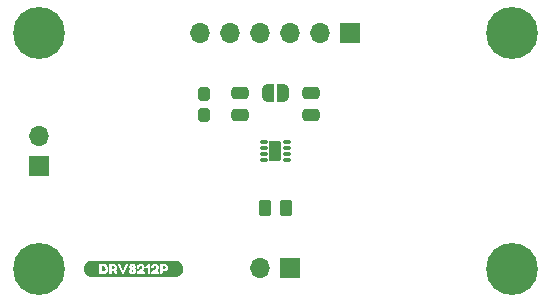
<source format=gts>
%TF.GenerationSoftware,KiCad,Pcbnew,(6.0.0)*%
%TF.CreationDate,2023-02-05T21:46:31-06:00*%
%TF.ProjectId,drv8212p_eval,64727638-3231-4327-905f-6576616c2e6b,rev?*%
%TF.SameCoordinates,Original*%
%TF.FileFunction,Soldermask,Top*%
%TF.FilePolarity,Negative*%
%FSLAX46Y46*%
G04 Gerber Fmt 4.6, Leading zero omitted, Abs format (unit mm)*
G04 Created by KiCad (PCBNEW (6.0.0)) date 2023-02-05 21:46:31*
%MOMM*%
%LPD*%
G01*
G04 APERTURE LIST*
G04 Aperture macros list*
%AMRoundRect*
0 Rectangle with rounded corners*
0 $1 Rounding radius*
0 $2 $3 $4 $5 $6 $7 $8 $9 X,Y pos of 4 corners*
0 Add a 4 corners polygon primitive as box body*
4,1,4,$2,$3,$4,$5,$6,$7,$8,$9,$2,$3,0*
0 Add four circle primitives for the rounded corners*
1,1,$1+$1,$2,$3*
1,1,$1+$1,$4,$5*
1,1,$1+$1,$6,$7*
1,1,$1+$1,$8,$9*
0 Add four rect primitives between the rounded corners*
20,1,$1+$1,$2,$3,$4,$5,0*
20,1,$1+$1,$4,$5,$6,$7,0*
20,1,$1+$1,$6,$7,$8,$9,0*
20,1,$1+$1,$8,$9,$2,$3,0*%
%AMFreePoly0*
4,1,22,0.500000,-0.750000,0.000000,-0.750000,0.000000,-0.745033,-0.079941,-0.743568,-0.215256,-0.701293,-0.333266,-0.622738,-0.424486,-0.514219,-0.481581,-0.384460,-0.499164,-0.250000,-0.500000,-0.250000,-0.500000,0.250000,-0.499164,0.250000,-0.499963,0.256109,-0.478152,0.396186,-0.417904,0.524511,-0.324060,0.630769,-0.204165,0.706417,-0.067858,0.745374,0.000000,0.744959,0.000000,0.750000,
0.500000,0.750000,0.500000,-0.750000,0.500000,-0.750000,$1*%
%AMFreePoly1*
4,1,20,0.000000,0.744959,0.073905,0.744508,0.209726,0.703889,0.328688,0.626782,0.421226,0.519385,0.479903,0.390333,0.500000,0.250000,0.500000,-0.250000,0.499851,-0.262216,0.476331,-0.402017,0.414519,-0.529596,0.319384,-0.634700,0.198574,-0.708877,0.061801,-0.746166,0.000000,-0.745033,0.000000,-0.750000,-0.500000,-0.750000,-0.500000,0.750000,0.000000,0.750000,0.000000,0.744959,
0.000000,0.744959,$1*%
G04 Aperture macros list end*
%ADD10RoundRect,0.250000X-0.275000X0.312500X-0.275000X-0.312500X0.275000X-0.312500X0.275000X0.312500X0*%
%ADD11O,1.700000X1.700000*%
%ADD12R,1.700000X1.700000*%
%ADD13FreePoly0,180.000000*%
%ADD14FreePoly1,180.000000*%
%ADD15C,4.400000*%
%ADD16RoundRect,0.250000X-0.475000X0.250000X-0.475000X-0.250000X0.475000X-0.250000X0.475000X0.250000X0*%
%ADD17RoundRect,0.120000X-0.400000X-0.750000X0.400000X-0.750000X0.400000X0.750000X-0.400000X0.750000X0*%
%ADD18RoundRect,0.120000X-0.200000X-0.075000X0.200000X-0.075000X0.200000X0.075000X-0.200000X0.075000X0*%
%ADD19RoundRect,0.250000X-0.262500X-0.450000X0.262500X-0.450000X0.262500X0.450000X-0.262500X0.450000X0*%
G04 APERTURE END LIST*
G36*
X117967853Y-89769614D02*
G01*
X117988094Y-89814263D01*
X117968448Y-89859506D01*
X117910108Y-89880938D01*
X117850577Y-89859506D01*
X117829741Y-89813667D01*
X117848791Y-89769019D01*
X117907727Y-89748778D01*
X117967853Y-89769614D01*
G37*
G36*
X120668191Y-89801761D02*
G01*
X120702719Y-89880938D01*
X120668191Y-89959519D01*
X120597944Y-89985713D01*
X120447925Y-89985713D01*
X120447925Y-89774972D01*
X120596753Y-89774972D01*
X120668191Y-89801761D01*
G37*
G36*
X117987498Y-90101203D02*
G01*
X118014287Y-90162520D01*
X117988094Y-90223838D01*
X117909512Y-90252413D01*
X117829741Y-90223838D01*
X117802356Y-90161925D01*
X117829741Y-90100608D01*
X117908917Y-90072628D01*
X117987498Y-90101203D01*
G37*
G36*
X116358128Y-89801761D02*
G01*
X116392656Y-89880938D01*
X116358128Y-89959519D01*
X116289072Y-89985713D01*
X116136672Y-89985713D01*
X116136672Y-89774972D01*
X116286691Y-89774972D01*
X116358128Y-89801761D01*
G37*
G36*
X114432523Y-90698296D02*
G01*
X114364409Y-90688193D01*
X114297613Y-90671461D01*
X114232779Y-90648263D01*
X114170532Y-90618822D01*
X114111469Y-90583421D01*
X114056161Y-90542402D01*
X114005140Y-90496159D01*
X113958897Y-90445138D01*
X113917877Y-90389830D01*
X113882477Y-90330767D01*
X113882021Y-90329803D01*
X115087731Y-90329803D01*
X115102019Y-90406003D01*
X115133570Y-90428327D01*
X115192506Y-90435769D01*
X115410391Y-90435769D01*
X115498088Y-90427658D01*
X115579013Y-90403324D01*
X115653166Y-90362769D01*
X115692289Y-90329803D01*
X115925931Y-90329803D01*
X115933075Y-90391716D01*
X115964627Y-90424755D01*
X116030706Y-90435769D01*
X116092023Y-90427732D01*
X116123575Y-90403622D01*
X116134886Y-90372070D01*
X116136672Y-90330994D01*
X116136672Y-90196453D01*
X116286691Y-90196453D01*
X116323600Y-90194072D01*
X116369902Y-90303742D01*
X116400858Y-90375576D01*
X116416469Y-90409575D01*
X116438495Y-90432792D01*
X116476595Y-90444103D01*
X116537912Y-90427434D01*
X116593277Y-90392906D01*
X116611731Y-90351234D01*
X116593872Y-90289322D01*
X116560534Y-90213519D01*
X116533547Y-90151209D01*
X116512909Y-90102394D01*
X116562519Y-90039158D01*
X116592284Y-89965340D01*
X116602206Y-89880938D01*
X116594467Y-89807119D01*
X116571250Y-89740444D01*
X116536127Y-89683889D01*
X116505766Y-89653528D01*
X116647450Y-89653528D01*
X116665309Y-89710678D01*
X116993922Y-90377428D01*
X117033808Y-90419695D01*
X117090362Y-90435769D01*
X117102269Y-90435769D01*
X117157633Y-90419695D01*
X117197519Y-90377428D01*
X117306078Y-90157163D01*
X117591616Y-90157163D01*
X117602397Y-90240903D01*
X117634743Y-90312738D01*
X117688652Y-90372666D01*
X117756186Y-90417645D01*
X117829410Y-90444632D01*
X117908322Y-90453628D01*
X117987234Y-90444566D01*
X118060457Y-90417380D01*
X118127992Y-90372070D01*
X118163754Y-90332184D01*
X118284559Y-90332184D01*
X118315516Y-90407194D01*
X118389334Y-90439341D01*
X118854869Y-90439341D01*
X118928687Y-90425053D01*
X118954286Y-90394097D01*
X118962025Y-90333970D01*
X118954881Y-90273248D01*
X118926902Y-90238720D01*
X118857250Y-90227409D01*
X118639366Y-90227409D01*
X118639366Y-90221456D01*
X118669131Y-90209550D01*
X118742950Y-90169366D01*
X118826294Y-90103584D01*
X118864989Y-90060722D01*
X118897731Y-90005953D01*
X118920055Y-89943445D01*
X118927497Y-89877366D01*
X118923310Y-89842838D01*
X118997744Y-89842838D01*
X119035248Y-89916656D01*
X119107281Y-89958328D01*
X119190625Y-89921419D01*
X119206103Y-89907131D01*
X119206103Y-90332184D01*
X119207889Y-90375642D01*
X119219200Y-90408384D01*
X119251049Y-90431602D01*
X119310878Y-90439341D01*
X119372195Y-90431304D01*
X119403747Y-90407194D01*
X119415058Y-90375642D01*
X119416844Y-90334566D01*
X119416844Y-90332184D01*
X119494234Y-90332184D01*
X119525191Y-90407194D01*
X119599009Y-90439341D01*
X120064544Y-90439341D01*
X120138362Y-90425053D01*
X120163961Y-90394097D01*
X120171700Y-90333970D01*
X120171210Y-90329803D01*
X120237184Y-90329803D01*
X120244328Y-90391716D01*
X120275880Y-90424755D01*
X120341959Y-90435769D01*
X120403277Y-90427732D01*
X120434828Y-90403622D01*
X120446139Y-90372070D01*
X120447925Y-90330994D01*
X120447925Y-90196453D01*
X120596753Y-90196453D01*
X120666603Y-90187986D01*
X120734866Y-90162586D01*
X120801541Y-90120253D01*
X120845891Y-90076944D01*
X120881312Y-90020836D01*
X120904530Y-89954607D01*
X120912269Y-89880938D01*
X120904530Y-89807119D01*
X120881312Y-89740444D01*
X120845891Y-89683889D01*
X120801541Y-89640431D01*
X120734998Y-89598098D01*
X120667132Y-89572698D01*
X120597944Y-89564231D01*
X120343150Y-89564231D01*
X120281833Y-89572268D01*
X120250281Y-89596378D01*
X120238970Y-89627930D01*
X120237184Y-89669006D01*
X120237184Y-90329803D01*
X120171210Y-90329803D01*
X120164556Y-90273248D01*
X120136577Y-90238720D01*
X120066925Y-90227409D01*
X119849041Y-90227409D01*
X119849041Y-90221456D01*
X119878806Y-90209550D01*
X119952625Y-90169366D01*
X120035969Y-90103584D01*
X120074664Y-90060722D01*
X120107406Y-90005953D01*
X120129730Y-89943445D01*
X120137172Y-89877366D01*
X120127250Y-89795543D01*
X120097484Y-89719939D01*
X120047875Y-89650552D01*
X119982324Y-89595320D01*
X119904735Y-89562181D01*
X119815108Y-89551134D01*
X119725546Y-89562048D01*
X119648156Y-89594791D01*
X119582936Y-89649361D01*
X119533657Y-89717690D01*
X119504090Y-89791707D01*
X119494234Y-89871413D01*
X119500187Y-89932134D01*
X119532632Y-89966067D01*
X119599009Y-89977378D01*
X119659731Y-89970234D01*
X119691878Y-89948803D01*
X119703189Y-89919038D01*
X119704975Y-89879747D01*
X119704975Y-89872603D01*
X119709737Y-89845219D01*
X119741289Y-89789855D01*
X119807369Y-89761875D01*
X119866900Y-89772591D01*
X119898452Y-89795808D01*
X119916906Y-89827955D01*
X119925241Y-89858316D01*
X119914079Y-89910405D01*
X119880592Y-89959519D01*
X119831330Y-90004614D01*
X119772841Y-90044648D01*
X119709737Y-90082451D01*
X119646634Y-90120848D01*
X119588145Y-90163413D01*
X119538883Y-90213717D01*
X119505396Y-90270421D01*
X119494234Y-90332184D01*
X119416844Y-90332184D01*
X119416844Y-89671388D01*
X119410891Y-89608284D01*
X119394222Y-89582686D01*
X119363266Y-89568994D01*
X119306711Y-89563041D01*
X119239441Y-89593997D01*
X119235869Y-89596378D01*
X119040606Y-89772591D01*
X118997744Y-89842838D01*
X118923310Y-89842838D01*
X118917575Y-89795543D01*
X118887809Y-89719939D01*
X118838200Y-89650552D01*
X118772649Y-89595320D01*
X118695060Y-89562181D01*
X118605433Y-89551134D01*
X118515871Y-89562048D01*
X118438481Y-89594791D01*
X118373261Y-89649361D01*
X118323982Y-89717690D01*
X118294415Y-89791707D01*
X118284559Y-89871413D01*
X118290512Y-89932134D01*
X118322957Y-89966067D01*
X118389334Y-89977378D01*
X118450056Y-89970234D01*
X118482203Y-89948803D01*
X118493514Y-89919038D01*
X118495300Y-89879747D01*
X118495300Y-89872603D01*
X118500062Y-89845219D01*
X118531614Y-89789855D01*
X118597694Y-89761875D01*
X118657225Y-89772591D01*
X118688777Y-89795808D01*
X118707231Y-89827955D01*
X118715566Y-89858316D01*
X118704404Y-89910405D01*
X118670917Y-89959519D01*
X118621655Y-90004614D01*
X118563166Y-90044648D01*
X118500062Y-90082451D01*
X118436959Y-90120848D01*
X118378470Y-90163413D01*
X118329208Y-90213717D01*
X118295721Y-90270421D01*
X118284559Y-90332184D01*
X118163754Y-90332184D01*
X118181901Y-90311944D01*
X118214246Y-90240308D01*
X118225028Y-90157163D01*
X118218331Y-90107454D01*
X118198239Y-90058341D01*
X118155377Y-89993452D01*
X118128587Y-89969044D01*
X118146447Y-89949994D01*
X118181570Y-89894034D01*
X118198834Y-89821406D01*
X118189309Y-89746000D01*
X118160734Y-89680119D01*
X118113109Y-89623763D01*
X118052520Y-89580768D01*
X117985051Y-89554971D01*
X117910703Y-89546372D01*
X117836091Y-89554839D01*
X117767828Y-89580239D01*
X117705916Y-89622572D01*
X117656968Y-89677870D01*
X117627599Y-89742164D01*
X117617809Y-89815453D01*
X117637455Y-89898202D01*
X117669006Y-89949994D01*
X117689247Y-89969044D01*
X117664244Y-89991666D01*
X117616023Y-90060127D01*
X117597718Y-90107900D01*
X117591616Y-90157163D01*
X117306078Y-90157163D01*
X117526131Y-89710678D01*
X117543991Y-89653528D01*
X117526429Y-89613642D01*
X117473744Y-89577328D01*
X117403497Y-89557088D01*
X117351109Y-89589234D01*
X117334441Y-89624953D01*
X117096316Y-90146447D01*
X117083368Y-90118914D01*
X117054048Y-90055364D01*
X117015353Y-89971276D01*
X116974277Y-89882128D01*
X116933349Y-89792980D01*
X116895100Y-89708892D01*
X116865186Y-89643408D01*
X116849261Y-89610070D01*
X116829616Y-89578519D01*
X116809375Y-89561850D01*
X116777823Y-89557088D01*
X116717697Y-89577328D01*
X116665012Y-89613642D01*
X116647450Y-89653528D01*
X116505766Y-89653528D01*
X116492669Y-89640431D01*
X116426126Y-89598098D01*
X116358260Y-89572698D01*
X116289072Y-89564231D01*
X116031897Y-89564231D01*
X115970580Y-89572268D01*
X115939028Y-89596378D01*
X115927717Y-89627930D01*
X115925931Y-89669006D01*
X115925931Y-90329803D01*
X115692289Y-90329803D01*
X115720548Y-90305991D01*
X115776545Y-90237865D01*
X115816543Y-90163264D01*
X115840541Y-90082190D01*
X115848541Y-89994642D01*
X115840355Y-89907429D01*
X115815798Y-89827359D01*
X115774871Y-89754434D01*
X115717572Y-89688652D01*
X115649483Y-89634218D01*
X115576185Y-89595336D01*
X115497678Y-89572008D01*
X115413962Y-89564231D01*
X115193697Y-89563041D01*
X115132380Y-89571077D01*
X115100828Y-89595188D01*
X115089517Y-89626144D01*
X115087731Y-89667816D01*
X115087731Y-90329803D01*
X113882021Y-90329803D01*
X113853036Y-90268519D01*
X113829838Y-90203685D01*
X113813106Y-90136890D01*
X113803003Y-90068776D01*
X113799624Y-90000000D01*
X113803003Y-89931224D01*
X113813106Y-89863110D01*
X113829838Y-89796315D01*
X113853036Y-89731481D01*
X113882477Y-89669233D01*
X113917877Y-89610170D01*
X113958897Y-89554862D01*
X114005140Y-89503841D01*
X114056161Y-89457598D01*
X114111469Y-89416579D01*
X114170532Y-89381178D01*
X114232779Y-89351737D01*
X114297613Y-89328539D01*
X114364409Y-89311807D01*
X114432523Y-89301704D01*
X114501299Y-89298325D01*
X121498701Y-89298325D01*
X121567477Y-89301704D01*
X121635591Y-89311807D01*
X121702387Y-89328539D01*
X121767221Y-89351737D01*
X121829468Y-89381178D01*
X121888531Y-89416579D01*
X121943839Y-89457598D01*
X121994860Y-89503841D01*
X122041103Y-89554862D01*
X122082123Y-89610170D01*
X122117523Y-89669233D01*
X122146964Y-89731481D01*
X122170162Y-89796314D01*
X122186894Y-89863110D01*
X122196997Y-89931224D01*
X122200376Y-90000000D01*
X122196997Y-90068776D01*
X122186894Y-90136890D01*
X122170162Y-90203686D01*
X122146964Y-90268519D01*
X122117523Y-90330767D01*
X122082123Y-90389830D01*
X122041103Y-90445138D01*
X121994860Y-90496159D01*
X121943839Y-90542402D01*
X121888531Y-90583421D01*
X121829468Y-90618822D01*
X121767221Y-90648263D01*
X121702387Y-90671461D01*
X121635591Y-90688193D01*
X121567477Y-90698296D01*
X121498701Y-90701675D01*
X114501299Y-90701675D01*
X114432523Y-90698296D01*
G37*
G36*
X115497455Y-89791194D02*
G01*
X115570530Y-89839861D01*
X115620982Y-89912638D01*
X115637800Y-90001191D01*
X115620536Y-90089446D01*
X115568744Y-90161330D01*
X115495520Y-90209104D01*
X115413962Y-90225028D01*
X115298472Y-90225028D01*
X115298472Y-89774972D01*
X115412772Y-89774972D01*
X115497455Y-89791194D01*
G37*
D10*
X124000000Y-75162500D03*
X124000000Y-76937500D03*
D11*
X128732200Y-89916000D03*
D12*
X131272200Y-89916000D03*
D13*
X130650000Y-75100000D03*
D14*
X129350000Y-75100000D03*
D15*
X110000000Y-70000000D03*
D12*
X136350000Y-70000000D03*
D11*
X133810000Y-70000000D03*
X131270000Y-70000000D03*
X128730000Y-70000000D03*
X126190000Y-70000000D03*
X123650000Y-70000000D03*
D12*
X110000000Y-81300000D03*
D11*
X110000000Y-78760000D03*
D15*
X150000000Y-90000000D03*
D16*
X133000000Y-75100000D03*
X133000000Y-77000000D03*
D15*
X150000000Y-70000000D03*
D16*
X127000000Y-75100000D03*
X127000000Y-77000000D03*
D17*
X130000000Y-80000000D03*
D18*
X129050000Y-79250000D03*
X129050000Y-79750000D03*
X129050000Y-80250000D03*
X129050000Y-80750000D03*
X130950000Y-80750000D03*
X130950000Y-80250000D03*
X130950000Y-79750000D03*
X130950000Y-79250000D03*
D15*
X110000000Y-90000000D03*
D19*
X130909700Y-84836000D03*
X129084700Y-84836000D03*
M02*

</source>
